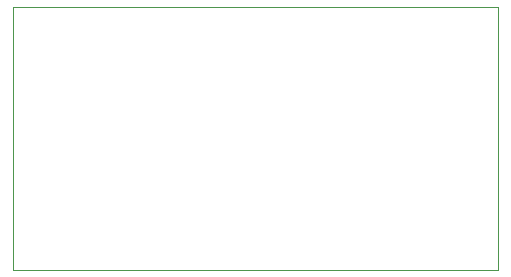
<source format=gbr>
G04 #@! TF.FileFunction,Profile,NP*
%FSLAX46Y46*%
G04 Gerber Fmt 4.6, Leading zero omitted, Abs format (unit mm)*
G04 Created by KiCad (PCBNEW 4.0.7) date 06/03/18 17:49:00*
%MOMM*%
%LPD*%
G01*
G04 APERTURE LIST*
%ADD10C,0.100000*%
G04 APERTURE END LIST*
D10*
X137160000Y-112649000D02*
X137160000Y-90360500D01*
X178244500Y-112649000D02*
X137160000Y-112649000D01*
X178244500Y-90424000D02*
X178244500Y-112649000D01*
X137223500Y-90424000D02*
X178244500Y-90424000D01*
M02*

</source>
